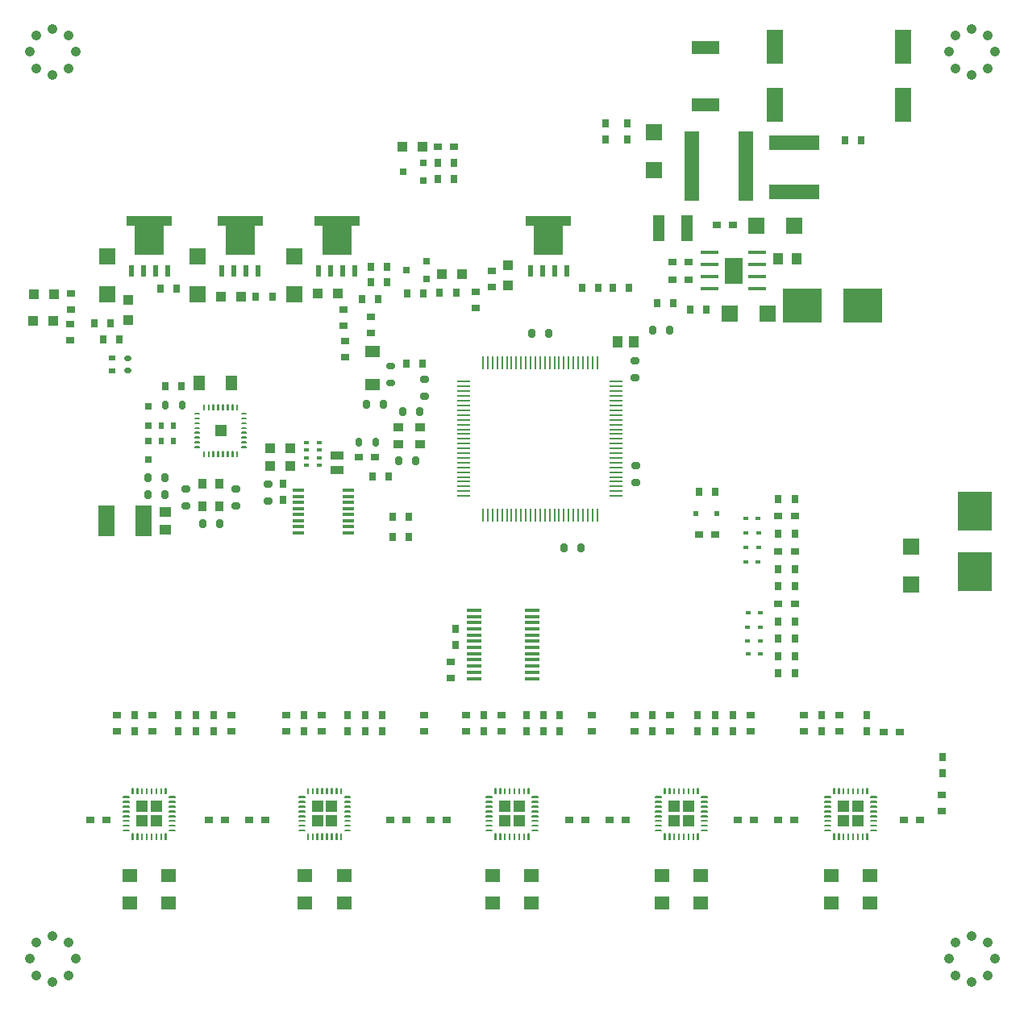
<source format=gtp>
G75*
G70*
%OFA0B0*%
%FSLAX24Y24*%
%IPPOS*%
%LPD*%
%AMOC8*
5,1,8,0,0,1.08239X$1,22.5*
%
%ADD10R,0.0392X0.0392*%
%ADD11C,0.0226*%
%ADD12R,0.0094X0.0567*%
%ADD13R,0.0567X0.0094*%
%ADD14R,0.0668X0.1259*%
%ADD15R,0.0550X0.0380*%
%ADD16C,0.0071*%
%ADD17R,0.0500X0.0500*%
%ADD18R,0.0315X0.0315*%
%ADD19R,0.0217X0.0157*%
%ADD20R,0.0333X0.0432*%
%ADD21R,0.0471X0.0629*%
%ADD22R,0.0629X0.0471*%
%ADD23R,0.0630X0.0550*%
%ADD24R,0.0315X0.0354*%
%ADD25R,0.0354X0.0315*%
%ADD26R,0.0220X0.0496*%
%ADD27R,0.1900X0.0413*%
%ADD28R,0.1240X0.1220*%
%ADD29R,0.1589X0.1420*%
%ADD30R,0.1420X0.1589*%
%ADD31R,0.0609X0.0139*%
%ADD32R,0.0432X0.0333*%
%ADD33R,0.0220X0.0299*%
%ADD34R,0.0511X0.0432*%
%ADD35R,0.1180X0.0550*%
%ADD36R,0.0700X0.1400*%
%ADD37R,0.0481X0.0471*%
%ADD38R,0.0481X0.0481*%
%ADD39R,0.0481X0.0461*%
%ADD40R,0.0291X0.0252*%
%ADD41R,0.0707X0.0707*%
%ADD42R,0.0470X0.0120*%
%ADD43R,0.0299X0.0220*%
%ADD44C,0.0198*%
%ADD45C,0.0420*%
%ADD46R,0.0189X0.0189*%
%ADD47R,0.0236X0.0157*%
%ADD48R,0.0432X0.0511*%
%ADD49R,0.0736X0.0176*%
%ADD50R,0.0760X0.1100*%
%ADD51R,0.0629X0.2873*%
%ADD52R,0.0511X0.1062*%
%ADD53R,0.2085X0.0648*%
D10*
X025275Y034518D03*
X026101Y034518D03*
X026126Y035617D03*
X025300Y035617D03*
X029195Y035385D03*
X029195Y034559D03*
X033032Y035518D03*
X033858Y035518D03*
X037032Y035643D03*
X037858Y035643D03*
X042182Y036468D03*
X043008Y036468D03*
X044895Y036807D03*
X044895Y035980D03*
X041358Y041718D03*
X040532Y041718D03*
X035908Y029243D03*
X035908Y028518D03*
X035082Y028518D03*
X035082Y029243D03*
D11*
X035038Y027821D02*
X034902Y027821D01*
X035038Y027821D02*
X035038Y027765D01*
X034902Y027765D01*
X034902Y027821D01*
X034902Y027121D02*
X035038Y027121D01*
X035038Y027065D01*
X034902Y027065D01*
X034902Y027121D01*
X033688Y026865D02*
X033552Y026865D01*
X033552Y026921D01*
X033688Y026921D01*
X033688Y026865D01*
X033688Y027565D02*
X033552Y027565D01*
X033552Y027621D01*
X033688Y027621D01*
X033688Y027565D01*
X032942Y026236D02*
X032942Y026100D01*
X032942Y026236D02*
X032998Y026236D01*
X032998Y026100D01*
X032942Y026100D01*
X032242Y026100D02*
X032242Y026236D01*
X032298Y026236D01*
X032298Y026100D01*
X032242Y026100D01*
X031638Y026865D02*
X031502Y026865D01*
X031502Y026921D01*
X031638Y026921D01*
X031638Y026865D01*
X031638Y027565D02*
X031502Y027565D01*
X031502Y027621D01*
X031638Y027621D01*
X031638Y027565D01*
X030667Y027436D02*
X030667Y027300D01*
X030667Y027436D02*
X030723Y027436D01*
X030723Y027300D01*
X030667Y027300D01*
X029967Y027300D02*
X029967Y027436D01*
X030023Y027436D01*
X030023Y027300D01*
X029967Y027300D01*
X029967Y027975D02*
X029967Y028111D01*
X030023Y028111D01*
X030023Y027975D01*
X029967Y027975D01*
X030667Y027975D02*
X030667Y028111D01*
X030723Y028111D01*
X030723Y027975D01*
X030667Y027975D01*
X030692Y031000D02*
X030692Y031136D01*
X030748Y031136D01*
X030748Y031000D01*
X030692Y031000D01*
X031392Y031000D02*
X031392Y031136D01*
X031448Y031136D01*
X031448Y031000D01*
X031392Y031000D01*
X038692Y029586D02*
X038692Y029450D01*
X038692Y029586D02*
X038748Y029586D01*
X038748Y029450D01*
X038692Y029450D01*
X039392Y029450D02*
X039392Y029586D01*
X039448Y029586D01*
X039448Y029450D01*
X039392Y029450D01*
X040386Y028836D02*
X040386Y028700D01*
X040330Y028700D01*
X040330Y028836D01*
X040386Y028836D01*
X041086Y028836D02*
X041086Y028700D01*
X041030Y028700D01*
X041030Y028836D01*
X041086Y028836D01*
X041205Y030725D02*
X041205Y030861D01*
X041261Y030861D01*
X041261Y030725D01*
X041205Y030725D01*
X040505Y030725D02*
X040505Y030861D01*
X040561Y030861D01*
X040561Y030725D01*
X040505Y030725D01*
X039717Y031025D02*
X039717Y031161D01*
X039773Y031161D01*
X039773Y031025D01*
X039717Y031025D01*
X039017Y031025D02*
X039017Y031161D01*
X039073Y031161D01*
X039073Y031025D01*
X039017Y031025D01*
X039977Y031940D02*
X040113Y031940D01*
X039977Y031940D02*
X039977Y031996D01*
X040113Y031996D01*
X040113Y031940D01*
X040113Y032640D02*
X039977Y032640D01*
X039977Y032696D01*
X040113Y032696D01*
X040113Y032640D01*
X041360Y032099D02*
X041496Y032099D01*
X041360Y032099D02*
X041360Y032155D01*
X041496Y032155D01*
X041496Y032099D01*
X041496Y031399D02*
X041360Y031399D01*
X041360Y031455D01*
X041496Y031455D01*
X041496Y031399D01*
X045842Y033950D02*
X045842Y034086D01*
X045898Y034086D01*
X045898Y033950D01*
X045842Y033950D01*
X046542Y033950D02*
X046542Y034086D01*
X046598Y034086D01*
X046598Y033950D01*
X046542Y033950D01*
X050052Y032851D02*
X050188Y032851D01*
X050052Y032851D02*
X050052Y032907D01*
X050188Y032907D01*
X050188Y032851D01*
X050188Y032151D02*
X050052Y032151D01*
X050052Y032207D01*
X050188Y032207D01*
X050188Y032151D01*
X050887Y034081D02*
X050887Y034217D01*
X050887Y034081D02*
X050831Y034081D01*
X050831Y034217D01*
X050887Y034217D01*
X051587Y034217D02*
X051587Y034081D01*
X051531Y034081D01*
X051531Y034217D01*
X051587Y034217D01*
X050229Y028587D02*
X050093Y028587D01*
X050229Y028587D02*
X050229Y028531D01*
X050093Y028531D01*
X050093Y028587D01*
X050093Y027887D02*
X050229Y027887D01*
X050229Y027831D01*
X050093Y027831D01*
X050093Y027887D01*
X047936Y025210D02*
X047936Y025074D01*
X047880Y025074D01*
X047880Y025210D01*
X047936Y025210D01*
X047236Y025210D02*
X047236Y025074D01*
X047180Y025074D01*
X047180Y025210D01*
X047236Y025210D01*
D12*
X047214Y026494D03*
X047017Y026494D03*
X046821Y026494D03*
X046624Y026494D03*
X046427Y026494D03*
X046230Y026494D03*
X046033Y026494D03*
X045836Y026494D03*
X045639Y026494D03*
X045443Y026494D03*
X045246Y026494D03*
X045049Y026494D03*
X044852Y026494D03*
X044655Y026494D03*
X044458Y026494D03*
X044261Y026494D03*
X044065Y026494D03*
X043868Y026494D03*
X047411Y026494D03*
X047608Y026494D03*
X047805Y026494D03*
X048002Y026494D03*
X048199Y026494D03*
X048395Y026494D03*
X048592Y026494D03*
X048592Y032793D03*
X048395Y032793D03*
X048199Y032793D03*
X048002Y032793D03*
X047805Y032793D03*
X047608Y032793D03*
X047411Y032793D03*
X047214Y032793D03*
X047017Y032793D03*
X046821Y032793D03*
X046624Y032793D03*
X046427Y032793D03*
X046230Y032793D03*
X046033Y032793D03*
X045836Y032793D03*
X045639Y032793D03*
X045443Y032793D03*
X045246Y032793D03*
X045049Y032793D03*
X044852Y032793D03*
X044655Y032793D03*
X044458Y032793D03*
X044261Y032793D03*
X044065Y032793D03*
X043868Y032793D03*
D13*
X043080Y032006D03*
X043080Y031809D03*
X043080Y031612D03*
X043080Y031415D03*
X043080Y031218D03*
X043080Y031021D03*
X043080Y030824D03*
X043080Y030628D03*
X043080Y030431D03*
X043080Y030234D03*
X043080Y030037D03*
X043080Y029840D03*
X043080Y029643D03*
X043080Y029446D03*
X043080Y029250D03*
X043080Y029053D03*
X043080Y028856D03*
X043080Y028659D03*
X043080Y028462D03*
X043080Y028265D03*
X043080Y028069D03*
X043080Y027872D03*
X043080Y027675D03*
X043080Y027478D03*
X043080Y027281D03*
X049380Y027281D03*
X049380Y027478D03*
X049380Y027675D03*
X049380Y027872D03*
X049380Y028069D03*
X049380Y028265D03*
X049380Y028462D03*
X049380Y028659D03*
X049380Y028856D03*
X049380Y029053D03*
X049380Y029250D03*
X049380Y029446D03*
X049380Y029643D03*
X049380Y029840D03*
X049380Y030037D03*
X049380Y030234D03*
X049380Y030431D03*
X049380Y030628D03*
X049380Y030824D03*
X049380Y031021D03*
X049380Y031218D03*
X049380Y031415D03*
X049380Y031612D03*
X049380Y031809D03*
X049380Y032006D03*
D14*
X029827Y026256D03*
X028292Y026256D03*
D15*
X037820Y028368D03*
X037820Y028968D03*
D16*
X033893Y029295D02*
X033893Y029313D01*
X034077Y029313D01*
X034077Y029295D01*
X033893Y029295D01*
X033893Y029492D02*
X033893Y029510D01*
X034077Y029510D01*
X034077Y029492D01*
X033893Y029492D01*
X033893Y029689D02*
X033893Y029707D01*
X034077Y029707D01*
X034077Y029689D01*
X033893Y029689D01*
X033893Y029886D02*
X033893Y029904D01*
X034077Y029904D01*
X034077Y029886D01*
X033893Y029886D01*
X033893Y030083D02*
X033893Y030101D01*
X034077Y030101D01*
X034077Y030083D01*
X033893Y030083D01*
X033893Y030280D02*
X033893Y030298D01*
X034077Y030298D01*
X034077Y030280D01*
X033893Y030280D01*
X033893Y030476D02*
X033893Y030494D01*
X034077Y030494D01*
X034077Y030476D01*
X033893Y030476D01*
X033893Y030673D02*
X033893Y030691D01*
X034077Y030691D01*
X034077Y030673D01*
X033893Y030673D01*
X033718Y031050D02*
X033700Y031050D01*
X033718Y031050D02*
X033718Y030866D01*
X033700Y030866D01*
X033700Y031050D01*
X033700Y030936D02*
X033718Y030936D01*
X033718Y031006D02*
X033700Y031006D01*
X033521Y031050D02*
X033503Y031050D01*
X033521Y031050D02*
X033521Y030866D01*
X033503Y030866D01*
X033503Y031050D01*
X033503Y030936D02*
X033521Y030936D01*
X033521Y031006D02*
X033503Y031006D01*
X033324Y031050D02*
X033306Y031050D01*
X033324Y031050D02*
X033324Y030866D01*
X033306Y030866D01*
X033306Y031050D01*
X033306Y030936D02*
X033324Y030936D01*
X033324Y031006D02*
X033306Y031006D01*
X033127Y031050D02*
X033109Y031050D01*
X033127Y031050D02*
X033127Y030866D01*
X033109Y030866D01*
X033109Y031050D01*
X033109Y030936D02*
X033127Y030936D01*
X033127Y031006D02*
X033109Y031006D01*
X032931Y031050D02*
X032913Y031050D01*
X032931Y031050D02*
X032931Y030866D01*
X032913Y030866D01*
X032913Y031050D01*
X032913Y030936D02*
X032931Y030936D01*
X032931Y031006D02*
X032913Y031006D01*
X032734Y031050D02*
X032716Y031050D01*
X032734Y031050D02*
X032734Y030866D01*
X032716Y030866D01*
X032716Y031050D01*
X032716Y030936D02*
X032734Y030936D01*
X032734Y031006D02*
X032716Y031006D01*
X032537Y031050D02*
X032519Y031050D01*
X032537Y031050D02*
X032537Y030866D01*
X032519Y030866D01*
X032519Y031050D01*
X032519Y030936D02*
X032537Y030936D01*
X032537Y031006D02*
X032519Y031006D01*
X032340Y031050D02*
X032322Y031050D01*
X032340Y031050D02*
X032340Y030866D01*
X032322Y030866D01*
X032322Y031050D01*
X032322Y030936D02*
X032340Y030936D01*
X032340Y031006D02*
X032322Y031006D01*
X031963Y030691D02*
X031963Y030673D01*
X031963Y030691D02*
X032147Y030691D01*
X032147Y030673D01*
X031963Y030673D01*
X031963Y030494D02*
X031963Y030476D01*
X031963Y030494D02*
X032147Y030494D01*
X032147Y030476D01*
X031963Y030476D01*
X031963Y030298D02*
X031963Y030280D01*
X031963Y030298D02*
X032147Y030298D01*
X032147Y030280D01*
X031963Y030280D01*
X031963Y030101D02*
X031963Y030083D01*
X031963Y030101D02*
X032147Y030101D01*
X032147Y030083D01*
X031963Y030083D01*
X031963Y029904D02*
X031963Y029886D01*
X031963Y029904D02*
X032147Y029904D01*
X032147Y029886D01*
X031963Y029886D01*
X031963Y029707D02*
X031963Y029689D01*
X031963Y029707D02*
X032147Y029707D01*
X032147Y029689D01*
X031963Y029689D01*
X031963Y029510D02*
X031963Y029492D01*
X031963Y029510D02*
X032147Y029510D01*
X032147Y029492D01*
X031963Y029492D01*
X031963Y029313D02*
X031963Y029295D01*
X031963Y029313D02*
X032147Y029313D01*
X032147Y029295D01*
X031963Y029295D01*
X032322Y029121D02*
X032340Y029121D01*
X032340Y028937D01*
X032322Y028937D01*
X032322Y029121D01*
X032322Y029007D02*
X032340Y029007D01*
X032340Y029077D02*
X032322Y029077D01*
X032519Y029121D02*
X032537Y029121D01*
X032537Y028937D01*
X032519Y028937D01*
X032519Y029121D01*
X032519Y029007D02*
X032537Y029007D01*
X032537Y029077D02*
X032519Y029077D01*
X032716Y029121D02*
X032734Y029121D01*
X032734Y028937D01*
X032716Y028937D01*
X032716Y029121D01*
X032716Y029007D02*
X032734Y029007D01*
X032734Y029077D02*
X032716Y029077D01*
X032913Y029121D02*
X032931Y029121D01*
X032931Y028937D01*
X032913Y028937D01*
X032913Y029121D01*
X032913Y029007D02*
X032931Y029007D01*
X032931Y029077D02*
X032913Y029077D01*
X033109Y029121D02*
X033127Y029121D01*
X033127Y028937D01*
X033109Y028937D01*
X033109Y029121D01*
X033109Y029007D02*
X033127Y029007D01*
X033127Y029077D02*
X033109Y029077D01*
X033306Y029121D02*
X033324Y029121D01*
X033324Y028937D01*
X033306Y028937D01*
X033306Y029121D01*
X033306Y029007D02*
X033324Y029007D01*
X033324Y029077D02*
X033306Y029077D01*
X033503Y029121D02*
X033521Y029121D01*
X033521Y028937D01*
X033503Y028937D01*
X033503Y029121D01*
X033503Y029007D02*
X033521Y029007D01*
X033521Y029077D02*
X033503Y029077D01*
X033700Y029121D02*
X033718Y029121D01*
X033718Y028937D01*
X033700Y028937D01*
X033700Y029121D01*
X033700Y029007D02*
X033718Y029007D01*
X033718Y029077D02*
X033700Y029077D01*
X036622Y015199D02*
X036640Y015199D01*
X036640Y014977D01*
X036622Y014977D01*
X036622Y015199D01*
X036622Y015047D02*
X036640Y015047D01*
X036640Y015117D02*
X036622Y015117D01*
X036622Y015187D02*
X036640Y015187D01*
X036819Y015199D02*
X036837Y015199D01*
X036837Y014977D01*
X036819Y014977D01*
X036819Y015199D01*
X036819Y015047D02*
X036837Y015047D01*
X036837Y015117D02*
X036819Y015117D01*
X036819Y015187D02*
X036837Y015187D01*
X037016Y015199D02*
X037034Y015199D01*
X037034Y014977D01*
X037016Y014977D01*
X037016Y015199D01*
X037016Y015047D02*
X037034Y015047D01*
X037034Y015117D02*
X037016Y015117D01*
X037016Y015187D02*
X037034Y015187D01*
X037213Y015199D02*
X037231Y015199D01*
X037231Y014977D01*
X037213Y014977D01*
X037213Y015199D01*
X037213Y015047D02*
X037231Y015047D01*
X037231Y015117D02*
X037213Y015117D01*
X037213Y015187D02*
X037231Y015187D01*
X037409Y015199D02*
X037427Y015199D01*
X037427Y014977D01*
X037409Y014977D01*
X037409Y015199D01*
X037409Y015047D02*
X037427Y015047D01*
X037427Y015117D02*
X037409Y015117D01*
X037409Y015187D02*
X037427Y015187D01*
X037606Y015199D02*
X037624Y015199D01*
X037624Y014977D01*
X037606Y014977D01*
X037606Y015199D01*
X037606Y015047D02*
X037624Y015047D01*
X037624Y015117D02*
X037606Y015117D01*
X037606Y015187D02*
X037624Y015187D01*
X037803Y015199D02*
X037821Y015199D01*
X037821Y014977D01*
X037803Y014977D01*
X037803Y015199D01*
X037803Y015047D02*
X037821Y015047D01*
X037821Y015117D02*
X037803Y015117D01*
X037803Y015187D02*
X037821Y015187D01*
X038000Y014977D02*
X038018Y014977D01*
X038000Y014977D02*
X038000Y015199D01*
X038018Y015199D01*
X038018Y014977D01*
X038018Y015047D02*
X038000Y015047D01*
X038000Y015117D02*
X038018Y015117D01*
X038018Y015187D02*
X038000Y015187D01*
X038154Y014841D02*
X038154Y014823D01*
X038154Y014841D02*
X038376Y014841D01*
X038376Y014823D01*
X038154Y014823D01*
X038154Y014644D02*
X038154Y014626D01*
X038154Y014644D02*
X038376Y014644D01*
X038376Y014626D01*
X038154Y014626D01*
X038154Y014448D02*
X038154Y014430D01*
X038154Y014448D02*
X038376Y014448D01*
X038376Y014430D01*
X038154Y014430D01*
X038154Y014251D02*
X038154Y014233D01*
X038154Y014251D02*
X038376Y014251D01*
X038376Y014233D01*
X038154Y014233D01*
X038154Y014054D02*
X038154Y014036D01*
X038154Y014054D02*
X038376Y014054D01*
X038376Y014036D01*
X038154Y014036D01*
X038154Y013857D02*
X038154Y013839D01*
X038154Y013857D02*
X038376Y013857D01*
X038376Y013839D01*
X038154Y013839D01*
X038154Y013660D02*
X038154Y013642D01*
X038154Y013660D02*
X038376Y013660D01*
X038376Y013642D01*
X038154Y013642D01*
X038154Y013463D02*
X038154Y013445D01*
X038154Y013463D02*
X038376Y013463D01*
X038376Y013445D01*
X038154Y013445D01*
X038018Y013087D02*
X038000Y013087D01*
X038000Y013309D01*
X038018Y013309D01*
X038018Y013087D01*
X038018Y013157D02*
X038000Y013157D01*
X038000Y013227D02*
X038018Y013227D01*
X038018Y013297D02*
X038000Y013297D01*
X037821Y013087D02*
X037803Y013087D01*
X037803Y013309D01*
X037821Y013309D01*
X037821Y013087D01*
X037821Y013157D02*
X037803Y013157D01*
X037803Y013227D02*
X037821Y013227D01*
X037821Y013297D02*
X037803Y013297D01*
X037624Y013087D02*
X037606Y013087D01*
X037606Y013309D01*
X037624Y013309D01*
X037624Y013087D01*
X037624Y013157D02*
X037606Y013157D01*
X037606Y013227D02*
X037624Y013227D01*
X037624Y013297D02*
X037606Y013297D01*
X037427Y013087D02*
X037409Y013087D01*
X037409Y013309D01*
X037427Y013309D01*
X037427Y013087D01*
X037427Y013157D02*
X037409Y013157D01*
X037409Y013227D02*
X037427Y013227D01*
X037427Y013297D02*
X037409Y013297D01*
X037231Y013087D02*
X037213Y013087D01*
X037213Y013309D01*
X037231Y013309D01*
X037231Y013087D01*
X037231Y013157D02*
X037213Y013157D01*
X037213Y013227D02*
X037231Y013227D01*
X037231Y013297D02*
X037213Y013297D01*
X037034Y013087D02*
X037016Y013087D01*
X037016Y013309D01*
X037034Y013309D01*
X037034Y013087D01*
X037034Y013157D02*
X037016Y013157D01*
X037016Y013227D02*
X037034Y013227D01*
X037034Y013297D02*
X037016Y013297D01*
X036837Y013087D02*
X036819Y013087D01*
X036819Y013309D01*
X036837Y013309D01*
X036837Y013087D01*
X036837Y013157D02*
X036819Y013157D01*
X036819Y013227D02*
X036837Y013227D01*
X036837Y013297D02*
X036819Y013297D01*
X036640Y013087D02*
X036622Y013087D01*
X036622Y013309D01*
X036640Y013309D01*
X036640Y013087D01*
X036640Y013157D02*
X036622Y013157D01*
X036622Y013227D02*
X036640Y013227D01*
X036640Y013297D02*
X036622Y013297D01*
X036264Y013445D02*
X036264Y013463D01*
X036486Y013463D01*
X036486Y013445D01*
X036264Y013445D01*
X036264Y013642D02*
X036264Y013660D01*
X036486Y013660D01*
X036486Y013642D01*
X036264Y013642D01*
X036264Y013839D02*
X036264Y013857D01*
X036486Y013857D01*
X036486Y013839D01*
X036264Y013839D01*
X036264Y014036D02*
X036264Y014054D01*
X036486Y014054D01*
X036486Y014036D01*
X036264Y014036D01*
X036264Y014233D02*
X036264Y014251D01*
X036486Y014251D01*
X036486Y014233D01*
X036264Y014233D01*
X036264Y014430D02*
X036264Y014448D01*
X036486Y014448D01*
X036486Y014430D01*
X036264Y014430D01*
X036264Y014626D02*
X036264Y014644D01*
X036486Y014644D01*
X036486Y014626D01*
X036264Y014626D01*
X036264Y014823D02*
X036264Y014841D01*
X036486Y014841D01*
X036486Y014823D01*
X036264Y014823D01*
X030904Y014823D02*
X030904Y014841D01*
X031126Y014841D01*
X031126Y014823D01*
X030904Y014823D01*
X030904Y014644D02*
X030904Y014626D01*
X030904Y014644D02*
X031126Y014644D01*
X031126Y014626D01*
X030904Y014626D01*
X030904Y014448D02*
X030904Y014430D01*
X030904Y014448D02*
X031126Y014448D01*
X031126Y014430D01*
X030904Y014430D01*
X030904Y014251D02*
X030904Y014233D01*
X030904Y014251D02*
X031126Y014251D01*
X031126Y014233D01*
X030904Y014233D01*
X030904Y014054D02*
X030904Y014036D01*
X030904Y014054D02*
X031126Y014054D01*
X031126Y014036D01*
X030904Y014036D01*
X030904Y013857D02*
X030904Y013839D01*
X030904Y013857D02*
X031126Y013857D01*
X031126Y013839D01*
X030904Y013839D01*
X030904Y013660D02*
X030904Y013642D01*
X030904Y013660D02*
X031126Y013660D01*
X031126Y013642D01*
X030904Y013642D01*
X030904Y013463D02*
X030904Y013445D01*
X030904Y013463D02*
X031126Y013463D01*
X031126Y013445D01*
X030904Y013445D01*
X030768Y013087D02*
X030750Y013087D01*
X030750Y013309D01*
X030768Y013309D01*
X030768Y013087D01*
X030768Y013157D02*
X030750Y013157D01*
X030750Y013227D02*
X030768Y013227D01*
X030768Y013297D02*
X030750Y013297D01*
X030571Y013087D02*
X030553Y013087D01*
X030553Y013309D01*
X030571Y013309D01*
X030571Y013087D01*
X030571Y013157D02*
X030553Y013157D01*
X030553Y013227D02*
X030571Y013227D01*
X030571Y013297D02*
X030553Y013297D01*
X030374Y013087D02*
X030356Y013087D01*
X030356Y013309D01*
X030374Y013309D01*
X030374Y013087D01*
X030374Y013157D02*
X030356Y013157D01*
X030356Y013227D02*
X030374Y013227D01*
X030374Y013297D02*
X030356Y013297D01*
X030177Y013087D02*
X030159Y013087D01*
X030159Y013309D01*
X030177Y013309D01*
X030177Y013087D01*
X030177Y013157D02*
X030159Y013157D01*
X030159Y013227D02*
X030177Y013227D01*
X030177Y013297D02*
X030159Y013297D01*
X029981Y013087D02*
X029963Y013087D01*
X029963Y013309D01*
X029981Y013309D01*
X029981Y013087D01*
X029981Y013157D02*
X029963Y013157D01*
X029963Y013227D02*
X029981Y013227D01*
X029981Y013297D02*
X029963Y013297D01*
X029784Y013087D02*
X029766Y013087D01*
X029766Y013309D01*
X029784Y013309D01*
X029784Y013087D01*
X029784Y013157D02*
X029766Y013157D01*
X029766Y013227D02*
X029784Y013227D01*
X029784Y013297D02*
X029766Y013297D01*
X029587Y013087D02*
X029569Y013087D01*
X029569Y013309D01*
X029587Y013309D01*
X029587Y013087D01*
X029587Y013157D02*
X029569Y013157D01*
X029569Y013227D02*
X029587Y013227D01*
X029587Y013297D02*
X029569Y013297D01*
X029390Y013087D02*
X029372Y013087D01*
X029372Y013309D01*
X029390Y013309D01*
X029390Y013087D01*
X029390Y013157D02*
X029372Y013157D01*
X029372Y013227D02*
X029390Y013227D01*
X029390Y013297D02*
X029372Y013297D01*
X029014Y013445D02*
X029014Y013463D01*
X029236Y013463D01*
X029236Y013445D01*
X029014Y013445D01*
X029014Y013642D02*
X029014Y013660D01*
X029236Y013660D01*
X029236Y013642D01*
X029014Y013642D01*
X029014Y013839D02*
X029014Y013857D01*
X029236Y013857D01*
X029236Y013839D01*
X029014Y013839D01*
X029014Y014036D02*
X029014Y014054D01*
X029236Y014054D01*
X029236Y014036D01*
X029014Y014036D01*
X029014Y014233D02*
X029014Y014251D01*
X029236Y014251D01*
X029236Y014233D01*
X029014Y014233D01*
X029014Y014430D02*
X029014Y014448D01*
X029236Y014448D01*
X029236Y014430D01*
X029014Y014430D01*
X029014Y014626D02*
X029014Y014644D01*
X029236Y014644D01*
X029236Y014626D01*
X029014Y014626D01*
X029014Y014823D02*
X029014Y014841D01*
X029236Y014841D01*
X029236Y014823D01*
X029014Y014823D01*
X029372Y015199D02*
X029390Y015199D01*
X029390Y014977D01*
X029372Y014977D01*
X029372Y015199D01*
X029372Y015047D02*
X029390Y015047D01*
X029390Y015117D02*
X029372Y015117D01*
X029372Y015187D02*
X029390Y015187D01*
X029569Y015199D02*
X029587Y015199D01*
X029587Y014977D01*
X029569Y014977D01*
X029569Y015199D01*
X029569Y015047D02*
X029587Y015047D01*
X029587Y015117D02*
X029569Y015117D01*
X029569Y015187D02*
X029587Y015187D01*
X029766Y015199D02*
X029784Y015199D01*
X029784Y014977D01*
X029766Y014977D01*
X029766Y015199D01*
X029766Y015047D02*
X029784Y015047D01*
X029784Y015117D02*
X029766Y015117D01*
X029766Y015187D02*
X029784Y015187D01*
X029963Y015199D02*
X029981Y015199D01*
X029981Y014977D01*
X029963Y014977D01*
X029963Y015199D01*
X029963Y015047D02*
X029981Y015047D01*
X029981Y015117D02*
X029963Y015117D01*
X029963Y015187D02*
X029981Y015187D01*
X030159Y015199D02*
X030177Y015199D01*
X030177Y014977D01*
X030159Y014977D01*
X030159Y015199D01*
X030159Y015047D02*
X030177Y015047D01*
X030177Y015117D02*
X030159Y015117D01*
X030159Y015187D02*
X030177Y015187D01*
X030356Y015199D02*
X030374Y015199D01*
X030374Y014977D01*
X030356Y014977D01*
X030356Y015199D01*
X030356Y015047D02*
X030374Y015047D01*
X030374Y015117D02*
X030356Y015117D01*
X030356Y015187D02*
X030374Y015187D01*
X030553Y015199D02*
X030571Y015199D01*
X030571Y014977D01*
X030553Y014977D01*
X030553Y015199D01*
X030553Y015047D02*
X030571Y015047D01*
X030571Y015117D02*
X030553Y015117D01*
X030553Y015187D02*
X030571Y015187D01*
X030750Y014977D02*
X030768Y014977D01*
X030750Y014977D02*
X030750Y015199D01*
X030768Y015199D01*
X030768Y014977D01*
X030768Y015047D02*
X030750Y015047D01*
X030750Y015117D02*
X030768Y015117D01*
X030768Y015187D02*
X030750Y015187D01*
X044014Y014823D02*
X044014Y014841D01*
X044236Y014841D01*
X044236Y014823D01*
X044014Y014823D01*
X044014Y014644D02*
X044014Y014626D01*
X044014Y014644D02*
X044236Y014644D01*
X044236Y014626D01*
X044014Y014626D01*
X044014Y014448D02*
X044014Y014430D01*
X044014Y014448D02*
X044236Y014448D01*
X044236Y014430D01*
X044014Y014430D01*
X044014Y014251D02*
X044014Y014233D01*
X044014Y014251D02*
X044236Y014251D01*
X044236Y014233D01*
X044014Y014233D01*
X044014Y014054D02*
X044014Y014036D01*
X044014Y014054D02*
X044236Y014054D01*
X044236Y014036D01*
X044014Y014036D01*
X044014Y013857D02*
X044014Y013839D01*
X044014Y013857D02*
X044236Y013857D01*
X044236Y013839D01*
X044014Y013839D01*
X044014Y013660D02*
X044014Y013642D01*
X044014Y013660D02*
X044236Y013660D01*
X044236Y013642D01*
X044014Y013642D01*
X044014Y013463D02*
X044014Y013445D01*
X044014Y013463D02*
X044236Y013463D01*
X044236Y013445D01*
X044014Y013445D01*
X044372Y013087D02*
X044390Y013087D01*
X044372Y013087D02*
X044372Y013309D01*
X044390Y013309D01*
X044390Y013087D01*
X044390Y013157D02*
X044372Y013157D01*
X044372Y013227D02*
X044390Y013227D01*
X044390Y013297D02*
X044372Y013297D01*
X044569Y013087D02*
X044587Y013087D01*
X044569Y013087D02*
X044569Y013309D01*
X044587Y013309D01*
X044587Y013087D01*
X044587Y013157D02*
X044569Y013157D01*
X044569Y013227D02*
X044587Y013227D01*
X044587Y013297D02*
X044569Y013297D01*
X044766Y013087D02*
X044784Y013087D01*
X044766Y013087D02*
X044766Y013309D01*
X044784Y013309D01*
X044784Y013087D01*
X044784Y013157D02*
X044766Y013157D01*
X044766Y013227D02*
X044784Y013227D01*
X044784Y013297D02*
X044766Y013297D01*
X044963Y013087D02*
X044981Y013087D01*
X044963Y013087D02*
X044963Y013309D01*
X044981Y013309D01*
X044981Y013087D01*
X044981Y013157D02*
X044963Y013157D01*
X044963Y013227D02*
X044981Y013227D01*
X044981Y013297D02*
X044963Y013297D01*
X045159Y013087D02*
X045177Y013087D01*
X045159Y013087D02*
X045159Y013309D01*
X045177Y013309D01*
X045177Y013087D01*
X045177Y013157D02*
X045159Y013157D01*
X045159Y013227D02*
X045177Y013227D01*
X045177Y013297D02*
X045159Y013297D01*
X045356Y013087D02*
X045374Y013087D01*
X045356Y013087D02*
X045356Y013309D01*
X045374Y013309D01*
X045374Y013087D01*
X045374Y013157D02*
X045356Y013157D01*
X045356Y013227D02*
X045374Y013227D01*
X045374Y013297D02*
X045356Y013297D01*
X045553Y013087D02*
X045571Y013087D01*
X045553Y013087D02*
X045553Y013309D01*
X045571Y013309D01*
X045571Y013087D01*
X045571Y013157D02*
X045553Y013157D01*
X045553Y013227D02*
X045571Y013227D01*
X045571Y013297D02*
X045553Y013297D01*
X045750Y013087D02*
X045768Y013087D01*
X045750Y013087D02*
X045750Y013309D01*
X045768Y013309D01*
X045768Y013087D01*
X045768Y013157D02*
X045750Y013157D01*
X045750Y013227D02*
X045768Y013227D01*
X045768Y013297D02*
X045750Y013297D01*
X045904Y013445D02*
X045904Y013463D01*
X046126Y013463D01*
X046126Y013445D01*
X045904Y013445D01*
X045904Y013642D02*
X045904Y013660D01*
X046126Y013660D01*
X046126Y013642D01*
X045904Y013642D01*
X045904Y013839D02*
X045904Y013857D01*
X046126Y013857D01*
X046126Y013839D01*
X045904Y013839D01*
X045904Y014036D02*
X045904Y014054D01*
X046126Y014054D01*
X046126Y014036D01*
X045904Y014036D01*
X045904Y014233D02*
X045904Y014251D01*
X046126Y014251D01*
X046126Y014233D01*
X045904Y014233D01*
X045904Y014430D02*
X045904Y014448D01*
X046126Y014448D01*
X046126Y014430D01*
X045904Y014430D01*
X045904Y014626D02*
X045904Y014644D01*
X046126Y014644D01*
X046126Y014626D01*
X045904Y014626D01*
X045904Y014823D02*
X045904Y014841D01*
X046126Y014841D01*
X046126Y014823D01*
X045904Y014823D01*
X045768Y014977D02*
X045750Y014977D01*
X045750Y015199D01*
X045768Y015199D01*
X045768Y014977D01*
X045768Y015047D02*
X045750Y015047D01*
X045750Y015117D02*
X045768Y015117D01*
X045768Y015187D02*
X045750Y015187D01*
X045571Y015199D02*
X045553Y015199D01*
X045571Y015199D02*
X045571Y014977D01*
X045553Y014977D01*
X045553Y015199D01*
X045553Y015047D02*
X045571Y015047D01*
X045571Y015117D02*
X045553Y015117D01*
X045553Y015187D02*
X045571Y015187D01*
X045374Y015199D02*
X045356Y015199D01*
X045374Y015199D02*
X045374Y014977D01*
X045356Y014977D01*
X045356Y015199D01*
X045356Y015047D02*
X045374Y015047D01*
X045374Y015117D02*
X045356Y015117D01*
X045356Y015187D02*
X045374Y015187D01*
X045177Y015199D02*
X045159Y015199D01*
X045177Y015199D02*
X045177Y014977D01*
X045159Y014977D01*
X045159Y015199D01*
X045159Y015047D02*
X045177Y015047D01*
X045177Y015117D02*
X045159Y015117D01*
X045159Y015187D02*
X045177Y015187D01*
X044981Y015199D02*
X044963Y015199D01*
X044981Y015199D02*
X044981Y014977D01*
X044963Y014977D01*
X044963Y015199D01*
X044963Y015047D02*
X044981Y015047D01*
X044981Y015117D02*
X044963Y015117D01*
X044963Y015187D02*
X044981Y015187D01*
X044784Y015199D02*
X044766Y015199D01*
X044784Y015199D02*
X044784Y014977D01*
X044766Y014977D01*
X044766Y015199D01*
X044766Y015047D02*
X044784Y015047D01*
X044784Y015117D02*
X044766Y015117D01*
X044766Y015187D02*
X044784Y015187D01*
X044587Y015199D02*
X044569Y015199D01*
X044587Y015199D02*
X044587Y014977D01*
X044569Y014977D01*
X044569Y015199D01*
X044569Y015047D02*
X044587Y015047D01*
X044587Y015117D02*
X044569Y015117D01*
X044569Y015187D02*
X044587Y015187D01*
X044390Y015199D02*
X044372Y015199D01*
X044390Y015199D02*
X044390Y014977D01*
X044372Y014977D01*
X044372Y015199D01*
X044372Y015047D02*
X044390Y015047D01*
X044390Y015117D02*
X044372Y015117D01*
X044372Y015187D02*
X044390Y015187D01*
X051014Y014823D02*
X051014Y014841D01*
X051236Y014841D01*
X051236Y014823D01*
X051014Y014823D01*
X051014Y014644D02*
X051014Y014626D01*
X051014Y014644D02*
X051236Y014644D01*
X051236Y014626D01*
X051014Y014626D01*
X051014Y014448D02*
X051014Y014430D01*
X051014Y014448D02*
X051236Y014448D01*
X051236Y014430D01*
X051014Y014430D01*
X051014Y014251D02*
X051014Y014233D01*
X051014Y014251D02*
X051236Y014251D01*
X051236Y014233D01*
X051014Y014233D01*
X051014Y014054D02*
X051014Y014036D01*
X051014Y014054D02*
X051236Y014054D01*
X051236Y014036D01*
X051014Y014036D01*
X051014Y013857D02*
X051014Y013839D01*
X051014Y013857D02*
X051236Y013857D01*
X051236Y013839D01*
X051014Y013839D01*
X051014Y013660D02*
X051014Y013642D01*
X051014Y013660D02*
X051236Y013660D01*
X051236Y013642D01*
X051014Y013642D01*
X051014Y013463D02*
X051014Y013445D01*
X051014Y013463D02*
X051236Y013463D01*
X051236Y013445D01*
X051014Y013445D01*
X051372Y013087D02*
X051390Y013087D01*
X051372Y013087D02*
X051372Y013309D01*
X051390Y013309D01*
X051390Y013087D01*
X051390Y013157D02*
X051372Y013157D01*
X051372Y013227D02*
X051390Y013227D01*
X051390Y013297D02*
X051372Y013297D01*
X051569Y013087D02*
X051587Y013087D01*
X051569Y013087D02*
X051569Y013309D01*
X051587Y013309D01*
X051587Y013087D01*
X051587Y013157D02*
X051569Y013157D01*
X051569Y013227D02*
X051587Y013227D01*
X051587Y013297D02*
X051569Y013297D01*
X051766Y013087D02*
X051784Y013087D01*
X051766Y013087D02*
X051766Y013309D01*
X051784Y013309D01*
X051784Y013087D01*
X051784Y013157D02*
X051766Y013157D01*
X051766Y013227D02*
X051784Y013227D01*
X051784Y013297D02*
X051766Y013297D01*
X051963Y013087D02*
X051981Y013087D01*
X051963Y013087D02*
X051963Y013309D01*
X051981Y013309D01*
X051981Y013087D01*
X051981Y013157D02*
X051963Y013157D01*
X051963Y013227D02*
X051981Y013227D01*
X051981Y013297D02*
X051963Y013297D01*
X052159Y013087D02*
X052177Y013087D01*
X052159Y013087D02*
X052159Y013309D01*
X052177Y013309D01*
X052177Y013087D01*
X052177Y013157D02*
X052159Y013157D01*
X052159Y013227D02*
X052177Y013227D01*
X052177Y013297D02*
X052159Y013297D01*
X052356Y013087D02*
X052374Y013087D01*
X052356Y013087D02*
X052356Y013309D01*
X052374Y013309D01*
X052374Y013087D01*
X052374Y013157D02*
X052356Y013157D01*
X052356Y013227D02*
X052374Y013227D01*
X052374Y013297D02*
X052356Y013297D01*
X052553Y013087D02*
X052571Y013087D01*
X052553Y013087D02*
X052553Y013309D01*
X052571Y013309D01*
X052571Y013087D01*
X052571Y013157D02*
X052553Y013157D01*
X052553Y013227D02*
X052571Y013227D01*
X052571Y013297D02*
X052553Y013297D01*
X052750Y013087D02*
X052768Y013087D01*
X052750Y013087D02*
X052750Y013309D01*
X052768Y013309D01*
X052768Y013087D01*
X052768Y013157D02*
X052750Y013157D01*
X052750Y013227D02*
X052768Y013227D01*
X052768Y013297D02*
X052750Y013297D01*
X052904Y013445D02*
X052904Y013463D01*
X053126Y013463D01*
X053126Y013445D01*
X052904Y013445D01*
X052904Y013642D02*
X052904Y013660D01*
X053126Y013660D01*
X053126Y013642D01*
X052904Y013642D01*
X052904Y013839D02*
X052904Y013857D01*
X053126Y013857D01*
X053126Y013839D01*
X052904Y013839D01*
X052904Y014036D02*
X052904Y014054D01*
X053126Y014054D01*
X053126Y014036D01*
X052904Y014036D01*
X052904Y014233D02*
X052904Y014251D01*
X053126Y014251D01*
X053126Y014233D01*
X052904Y014233D01*
X052904Y014430D02*
X052904Y014448D01*
X053126Y014448D01*
X053126Y014430D01*
X052904Y014430D01*
X052904Y014626D02*
X052904Y014644D01*
X053126Y014644D01*
X053126Y014626D01*
X052904Y014626D01*
X052904Y014823D02*
X052904Y014841D01*
X053126Y014841D01*
X053126Y014823D01*
X052904Y014823D01*
X052768Y014977D02*
X052750Y014977D01*
X052750Y015199D01*
X052768Y015199D01*
X052768Y014977D01*
X052768Y015047D02*
X052750Y015047D01*
X052750Y015117D02*
X052768Y015117D01*
X052768Y015187D02*
X052750Y015187D01*
X052571Y015199D02*
X052553Y015199D01*
X052571Y015199D02*
X052571Y014977D01*
X052553Y014977D01*
X052553Y015199D01*
X052553Y015047D02*
X052571Y015047D01*
X052571Y015117D02*
X052553Y015117D01*
X052553Y015187D02*
X052571Y015187D01*
X052374Y015199D02*
X052356Y015199D01*
X052374Y015199D02*
X052374Y014977D01*
X052356Y014977D01*
X052356Y015199D01*
X052356Y015047D02*
X052374Y015047D01*
X052374Y015117D02*
X052356Y015117D01*
X052356Y015187D02*
X052374Y015187D01*
X052177Y015199D02*
X052159Y015199D01*
X052177Y015199D02*
X052177Y014977D01*
X052159Y014977D01*
X052159Y015199D01*
X052159Y015047D02*
X052177Y015047D01*
X052177Y015117D02*
X052159Y015117D01*
X052159Y015187D02*
X052177Y015187D01*
X051981Y015199D02*
X051963Y015199D01*
X051981Y015199D02*
X051981Y014977D01*
X051963Y014977D01*
X051963Y015199D01*
X051963Y015047D02*
X051981Y015047D01*
X051981Y015117D02*
X051963Y015117D01*
X051963Y015187D02*
X051981Y015187D01*
X051784Y015199D02*
X051766Y015199D01*
X051784Y015199D02*
X051784Y014977D01*
X051766Y014977D01*
X051766Y015199D01*
X051766Y015047D02*
X051784Y015047D01*
X051784Y015117D02*
X051766Y015117D01*
X051766Y015187D02*
X051784Y015187D01*
X051587Y015199D02*
X051569Y015199D01*
X051587Y015199D02*
X051587Y014977D01*
X051569Y014977D01*
X051569Y015199D01*
X051569Y015047D02*
X051587Y015047D01*
X051587Y015117D02*
X051569Y015117D01*
X051569Y015187D02*
X051587Y015187D01*
X051390Y015199D02*
X051372Y015199D01*
X051390Y015199D02*
X051390Y014977D01*
X051372Y014977D01*
X051372Y015199D01*
X051372Y015047D02*
X051390Y015047D01*
X051390Y015117D02*
X051372Y015117D01*
X051372Y015187D02*
X051390Y015187D01*
X058014Y014823D02*
X058014Y014841D01*
X058236Y014841D01*
X058236Y014823D01*
X058014Y014823D01*
X058014Y014644D02*
X058014Y014626D01*
X058014Y014644D02*
X058236Y014644D01*
X058236Y014626D01*
X058014Y014626D01*
X058014Y014448D02*
X058014Y014430D01*
X058014Y014448D02*
X058236Y014448D01*
X058236Y014430D01*
X058014Y014430D01*
X058014Y014251D02*
X058014Y014233D01*
X058014Y014251D02*
X058236Y014251D01*
X058236Y014233D01*
X058014Y014233D01*
X058014Y014054D02*
X058014Y014036D01*
X058014Y014054D02*
X058236Y014054D01*
X058236Y014036D01*
X058014Y014036D01*
X058014Y013857D02*
X058014Y013839D01*
X058014Y013857D02*
X058236Y013857D01*
X058236Y013839D01*
X058014Y013839D01*
X058014Y013660D02*
X058014Y013642D01*
X058014Y013660D02*
X058236Y013660D01*
X058236Y013642D01*
X058014Y013642D01*
X058014Y013463D02*
X058014Y013445D01*
X058014Y013463D02*
X058236Y013463D01*
X058236Y013445D01*
X058014Y013445D01*
X058372Y013087D02*
X058390Y013087D01*
X058372Y013087D02*
X058372Y013309D01*
X058390Y013309D01*
X058390Y013087D01*
X058390Y013157D02*
X058372Y013157D01*
X058372Y013227D02*
X058390Y013227D01*
X058390Y013297D02*
X058372Y013297D01*
X058569Y013087D02*
X058587Y013087D01*
X058569Y013087D02*
X058569Y013309D01*
X058587Y013309D01*
X058587Y013087D01*
X058587Y013157D02*
X058569Y013157D01*
X058569Y013227D02*
X058587Y013227D01*
X058587Y013297D02*
X058569Y013297D01*
X058766Y013087D02*
X058784Y013087D01*
X058766Y013087D02*
X058766Y013309D01*
X058784Y013309D01*
X058784Y013087D01*
X058784Y013157D02*
X058766Y013157D01*
X058766Y013227D02*
X058784Y013227D01*
X058784Y013297D02*
X058766Y013297D01*
X058963Y013087D02*
X058981Y013087D01*
X058963Y013087D02*
X058963Y013309D01*
X058981Y013309D01*
X058981Y013087D01*
X058981Y013157D02*
X058963Y013157D01*
X058963Y013227D02*
X058981Y013227D01*
X058981Y013297D02*
X058963Y013297D01*
X059159Y013087D02*
X059177Y013087D01*
X059159Y013087D02*
X059159Y013309D01*
X059177Y013309D01*
X059177Y013087D01*
X059177Y013157D02*
X059159Y013157D01*
X059159Y013227D02*
X059177Y013227D01*
X059177Y013297D02*
X059159Y013297D01*
X059356Y013087D02*
X059374Y013087D01*
X059356Y013087D02*
X059356Y013309D01*
X059374Y013309D01*
X059374Y013087D01*
X059374Y013157D02*
X059356Y013157D01*
X059356Y013227D02*
X059374Y013227D01*
X059374Y013297D02*
X059356Y013297D01*
X059553Y013087D02*
X059571Y013087D01*
X059553Y013087D02*
X059553Y013309D01*
X059571Y013309D01*
X059571Y013087D01*
X059571Y013157D02*
X059553Y013157D01*
X059553Y013227D02*
X059571Y013227D01*
X059571Y013297D02*
X059553Y013297D01*
X059750Y013087D02*
X059768Y013087D01*
X059750Y013087D02*
X059750Y013309D01*
X059768Y013309D01*
X059768Y013087D01*
X059768Y013157D02*
X059750Y013157D01*
X059750Y013227D02*
X059768Y013227D01*
X059768Y013297D02*
X059750Y013297D01*
X059904Y013445D02*
X059904Y013463D01*
X060126Y013463D01*
X060126Y013445D01*
X059904Y013445D01*
X059904Y013642D02*
X059904Y013660D01*
X060126Y013660D01*
X060126Y013642D01*
X059904Y013642D01*
X059904Y013839D02*
X059904Y013857D01*
X060126Y013857D01*
X060126Y013839D01*
X059904Y013839D01*
X059904Y014036D02*
X059904Y014054D01*
X060126Y014054D01*
X060126Y014036D01*
X059904Y014036D01*
X059904Y014233D02*
X059904Y014251D01*
X060126Y014251D01*
X060126Y014233D01*
X059904Y014233D01*
X059904Y014430D02*
X059904Y014448D01*
X060126Y014448D01*
X060126Y014430D01*
X059904Y014430D01*
X059904Y014626D02*
X059904Y014644D01*
X060126Y014644D01*
X060126Y014626D01*
X059904Y014626D01*
X059904Y014823D02*
X059904Y014841D01*
X060126Y014841D01*
X060126Y014823D01*
X059904Y014823D01*
X059768Y014977D02*
X059750Y014977D01*
X059750Y015199D01*
X059768Y015199D01*
X059768Y014977D01*
X059768Y015047D02*
X059750Y015047D01*
X059750Y015117D02*
X059768Y015117D01*
X059768Y015187D02*
X059750Y015187D01*
X059571Y015199D02*
X059553Y015199D01*
X059571Y015199D02*
X059571Y014977D01*
X059553Y014977D01*
X059553Y015199D01*
X059553Y015047D02*
X059571Y015047D01*
X059571Y015117D02*
X059553Y015117D01*
X059553Y015187D02*
X059571Y015187D01*
X059374Y015199D02*
X059356Y015199D01*
X059374Y015199D02*
X059374Y014977D01*
X059356Y014977D01*
X059356Y015199D01*
X059356Y015047D02*
X059374Y015047D01*
X059374Y015117D02*
X059356Y015117D01*
X059356Y015187D02*
X059374Y015187D01*
X059177Y015199D02*
X059159Y015199D01*
X059177Y015199D02*
X059177Y014977D01*
X059159Y014977D01*
X059159Y015199D01*
X059159Y015047D02*
X059177Y015047D01*
X059177Y015117D02*
X059159Y015117D01*
X059159Y015187D02*
X059177Y015187D01*
X058981Y015199D02*
X058963Y015199D01*
X058981Y015199D02*
X058981Y014977D01*
X058963Y014977D01*
X058963Y015199D01*
X058963Y015047D02*
X058981Y015047D01*
X058981Y015117D02*
X058963Y015117D01*
X058963Y015187D02*
X058981Y015187D01*
X058784Y015199D02*
X058766Y015199D01*
X058784Y015199D02*
X058784Y014977D01*
X058766Y014977D01*
X058766Y015199D01*
X058766Y015047D02*
X058784Y015047D01*
X058784Y015117D02*
X058766Y015117D01*
X058766Y015187D02*
X058784Y015187D01*
X058587Y015199D02*
X058569Y015199D01*
X058587Y015199D02*
X058587Y014977D01*
X058569Y014977D01*
X058569Y015199D01*
X058569Y015047D02*
X058587Y015047D01*
X058587Y015117D02*
X058569Y015117D01*
X058569Y015187D02*
X058587Y015187D01*
X058390Y015199D02*
X058372Y015199D01*
X058390Y015199D02*
X058390Y014977D01*
X058372Y014977D01*
X058372Y015199D01*
X058372Y015047D02*
X058390Y015047D01*
X058390Y015117D02*
X058372Y015117D01*
X058372Y015187D02*
X058390Y015187D01*
D17*
X033020Y029993D03*
D18*
X030020Y030200D03*
X030020Y029562D03*
X030020Y028775D03*
X030020Y030987D03*
D19*
X036579Y029491D03*
X036579Y029176D03*
X036579Y028861D03*
X036579Y028546D03*
X037111Y028546D03*
X037111Y028861D03*
X037111Y029176D03*
X037111Y029491D03*
D20*
X032984Y027771D03*
X032256Y027771D03*
X032256Y026866D03*
X032984Y026866D03*
D21*
X033464Y031956D03*
X032126Y031956D03*
D22*
X039295Y031899D03*
X039295Y033238D03*
D23*
X038133Y011578D03*
X038133Y010458D03*
X036508Y010458D03*
X036508Y011578D03*
X030883Y011578D03*
X030883Y010458D03*
X029258Y010458D03*
X029258Y011578D03*
X044258Y011578D03*
X044258Y010458D03*
X045883Y010458D03*
X045883Y011578D03*
X051258Y011578D03*
X051258Y010458D03*
X052883Y010458D03*
X052883Y011578D03*
X058258Y011578D03*
X058258Y010458D03*
X059883Y010458D03*
X059883Y011578D03*
D24*
X062858Y015809D03*
X062858Y016478D03*
X059720Y017559D03*
X059720Y018228D03*
X057870Y018228D03*
X057870Y017559D03*
X056755Y019943D03*
X056085Y019943D03*
X056085Y020668D03*
X056755Y020668D03*
X056755Y021393D03*
X056085Y021393D03*
X056085Y022088D03*
X056755Y022088D03*
X056755Y023548D03*
X056085Y023548D03*
X056085Y024268D03*
X056755Y024268D03*
X056755Y025713D03*
X056085Y025713D03*
X056085Y027168D03*
X056755Y027168D03*
X053480Y027443D03*
X052810Y027443D03*
X053105Y034993D03*
X052435Y034993D03*
X051730Y035243D03*
X051060Y035243D03*
X049905Y035893D03*
X049235Y035893D03*
X048630Y035893D03*
X047960Y035893D03*
X042755Y035693D03*
X042085Y035693D03*
X041405Y035668D03*
X040735Y035668D03*
X039905Y036118D03*
X039905Y036768D03*
X039235Y036768D03*
X039235Y036118D03*
X039530Y035418D03*
X038860Y035418D03*
X040710Y032768D03*
X041380Y032768D03*
X039980Y028093D03*
X039310Y028093D03*
X040135Y026407D03*
X040805Y026407D03*
X040805Y025603D03*
X040135Y025603D03*
X042745Y021779D03*
X042745Y021110D03*
X043895Y018228D03*
X043895Y017559D03*
X045658Y017559D03*
X045658Y018228D03*
X046383Y018228D03*
X047045Y018228D03*
X047045Y017559D03*
X046383Y017559D03*
X050870Y017559D03*
X050870Y018228D03*
X052741Y018228D03*
X052741Y017559D03*
X053460Y017559D03*
X053460Y018228D03*
X054193Y018228D03*
X054193Y017559D03*
X039708Y017559D03*
X039708Y018228D03*
X038995Y018228D03*
X038995Y017559D03*
X038270Y017559D03*
X038270Y018228D03*
X036470Y018228D03*
X036470Y017559D03*
X032733Y017559D03*
X032733Y018228D03*
X031995Y018228D03*
X031995Y017559D03*
X031270Y017559D03*
X031270Y018228D03*
X029470Y018228D03*
X029470Y017559D03*
X035595Y027109D03*
X035595Y027778D03*
X031417Y031831D03*
X030748Y031831D03*
X028830Y033768D03*
X028160Y033768D03*
X028480Y034431D03*
X027810Y034431D03*
X030535Y035843D03*
X031205Y035843D03*
X034485Y035518D03*
X035155Y035518D03*
X042010Y040393D03*
X042010Y041043D03*
X042680Y041043D03*
X042680Y040393D03*
X048945Y042009D03*
X048945Y042678D03*
X049845Y042678D03*
X049845Y042009D03*
X058835Y041993D03*
X059505Y041993D03*
D25*
X054205Y038493D03*
X053535Y038493D03*
X052380Y036943D03*
X051710Y036943D03*
X051710Y036218D03*
X052380Y036218D03*
X044220Y035934D03*
X044220Y036603D03*
X043570Y035728D03*
X043570Y035059D03*
X039245Y034678D03*
X039245Y034009D03*
X038170Y033678D03*
X038095Y034309D03*
X038095Y034978D03*
X038170Y033009D03*
X038735Y028893D03*
X039405Y028893D03*
X042519Y020418D03*
X042519Y019749D03*
X043158Y018228D03*
X043158Y017559D03*
X044633Y017559D03*
X044633Y018228D03*
X041433Y018235D03*
X041433Y017566D03*
X041698Y013893D03*
X042367Y013893D03*
X040692Y013893D03*
X040023Y013893D03*
X037195Y017559D03*
X037195Y018228D03*
X035741Y018228D03*
X035741Y017559D03*
X033459Y017559D03*
X033459Y018228D03*
X030195Y018228D03*
X030195Y017559D03*
X028731Y017559D03*
X028731Y018228D03*
X028292Y013893D03*
X027623Y013893D03*
X032523Y013893D03*
X033192Y013893D03*
X034198Y013893D03*
X034867Y013893D03*
X047448Y013893D03*
X048117Y013893D03*
X049098Y013893D03*
X049767Y013893D03*
X050144Y017559D03*
X050144Y018228D03*
X051595Y018228D03*
X051595Y017559D03*
X048385Y017559D03*
X048385Y018228D03*
X054398Y013893D03*
X055067Y013893D03*
X056073Y013893D03*
X056742Y013893D03*
X057144Y017559D03*
X057144Y018228D03*
X058595Y018228D03*
X058595Y017559D03*
X060435Y017518D03*
X061105Y017518D03*
X062845Y014928D03*
X062845Y014259D03*
X061942Y013893D03*
X061273Y013893D03*
X054919Y017559D03*
X054919Y018228D03*
X056085Y022823D03*
X056755Y022823D03*
X056755Y024988D03*
X056085Y024988D03*
X056085Y026448D03*
X056755Y026448D03*
X053469Y025690D03*
X052800Y025690D03*
X042680Y041718D03*
X042010Y041718D03*
X026820Y035653D03*
X026820Y034984D03*
X026801Y034377D03*
X026801Y033708D03*
D26*
X029320Y036600D03*
X029820Y036600D03*
X030320Y036600D03*
X030820Y036600D03*
X033070Y036600D03*
X033570Y036600D03*
X034070Y036600D03*
X034570Y036600D03*
X037070Y036600D03*
X037570Y036600D03*
X038070Y036600D03*
X038570Y036600D03*
X045820Y036600D03*
X046320Y036600D03*
X046820Y036600D03*
X047320Y036600D03*
D27*
X046575Y038657D03*
X037825Y038657D03*
X033825Y038657D03*
X030075Y038657D03*
D28*
X030070Y037850D03*
X033820Y037850D03*
X037820Y037850D03*
X046570Y037850D03*
D29*
X057066Y035143D03*
X059574Y035143D03*
D30*
X064195Y026647D03*
X064195Y024139D03*
D31*
X045896Y022551D03*
X045896Y022295D03*
X045896Y022039D03*
X045896Y021783D03*
X045896Y021527D03*
X045896Y021271D03*
X045896Y021015D03*
X045896Y020759D03*
X045896Y020504D03*
X045896Y020248D03*
X045896Y019992D03*
X045896Y019736D03*
X043494Y019736D03*
X043494Y019992D03*
X043494Y020248D03*
X043494Y020504D03*
X043494Y020759D03*
X043494Y021015D03*
X043494Y021271D03*
X043494Y021527D03*
X043494Y021783D03*
X043494Y022039D03*
X043494Y022295D03*
X043494Y022551D03*
D32*
X041285Y029404D03*
X041285Y030132D03*
X040380Y030132D03*
X040380Y029404D03*
D33*
X031076Y029556D03*
X030564Y029556D03*
X030564Y030181D03*
X031076Y030181D03*
D34*
X030733Y026630D03*
X030733Y025882D03*
D35*
X053070Y043462D03*
X053070Y045824D03*
D36*
X055920Y045843D03*
X055920Y043443D03*
X061220Y043443D03*
X061220Y045843D03*
D37*
X059361Y014439D03*
X059361Y013848D03*
X052361Y013848D03*
X052361Y014439D03*
X045361Y014439D03*
X045361Y013848D03*
X037611Y013848D03*
X037611Y014439D03*
X030361Y014439D03*
X030361Y013848D03*
D38*
X029779Y013853D03*
X037029Y013853D03*
X044779Y013853D03*
X051779Y013853D03*
X058779Y013853D03*
D39*
X058779Y014444D03*
X051779Y014444D03*
X044779Y014444D03*
X037029Y014444D03*
X029779Y014444D03*
D40*
X040712Y036618D03*
X041539Y036244D03*
X041539Y036992D03*
X041389Y040319D03*
X041389Y041067D03*
X040562Y040693D03*
D41*
X036070Y037181D03*
X036070Y035606D03*
X032070Y035606D03*
X032070Y037181D03*
X028320Y037181D03*
X028320Y035606D03*
X050945Y040756D03*
X050945Y042331D03*
X055158Y038443D03*
X056732Y038443D03*
X055632Y034818D03*
X054058Y034818D03*
X061570Y025181D03*
X061570Y023606D03*
D42*
X038294Y025768D03*
X038294Y026018D03*
X038294Y026268D03*
X038294Y026518D03*
X038294Y026768D03*
X038294Y027018D03*
X038294Y027268D03*
X038294Y027518D03*
X036246Y027518D03*
X036246Y027268D03*
X036246Y027018D03*
X036246Y026768D03*
X036246Y026518D03*
X036246Y026268D03*
X036246Y026018D03*
X036246Y025768D03*
D43*
X028520Y032462D03*
X028520Y032974D03*
D44*
X029145Y032963D02*
X029145Y032985D01*
X029245Y032985D01*
X029245Y032963D01*
X029145Y032963D01*
X029145Y032473D02*
X029145Y032451D01*
X029145Y032473D02*
X029245Y032473D01*
X029245Y032451D01*
X029145Y032451D01*
D45*
X025120Y008143D03*
X025395Y007468D03*
X026070Y007193D03*
X026745Y007468D03*
X027020Y008143D03*
X026745Y008818D03*
X026070Y009093D03*
X025395Y008818D03*
X026070Y044693D03*
X025395Y044968D03*
X025120Y045643D03*
X025395Y046318D03*
X026070Y046593D03*
X026745Y046318D03*
X027020Y045643D03*
X026745Y044968D03*
X063120Y045643D03*
X063395Y044968D03*
X064070Y044693D03*
X064745Y044968D03*
X065020Y045643D03*
X064745Y046318D03*
X064070Y046593D03*
X063395Y046318D03*
X064070Y009093D03*
X063395Y008818D03*
X063120Y008143D03*
X063395Y007468D03*
X064070Y007193D03*
X064745Y007468D03*
X065020Y008143D03*
X064745Y008818D03*
D46*
X053528Y026568D03*
X052662Y026568D03*
D47*
X054734Y026368D03*
X055246Y026368D03*
X055256Y025768D03*
X054744Y025768D03*
X054744Y025143D03*
X055256Y025143D03*
X055246Y024543D03*
X054734Y024543D03*
X054819Y022443D03*
X055331Y022443D03*
X055321Y021843D03*
X054809Y021843D03*
X054809Y021293D03*
X055321Y021293D03*
X055331Y020743D03*
X054819Y020743D03*
D48*
X050105Y033668D03*
X049435Y033668D03*
X056071Y037093D03*
X056819Y037093D03*
D49*
X055190Y036868D03*
X055190Y036368D03*
X055190Y035868D03*
X055190Y037368D03*
X053250Y037368D03*
X053250Y036868D03*
X053250Y036368D03*
X053250Y035868D03*
D50*
X054220Y036598D03*
D51*
X054722Y040918D03*
X052518Y040918D03*
D52*
X052311Y038343D03*
X051129Y038343D03*
D53*
X056745Y039864D03*
X056745Y041872D03*
M02*

</source>
